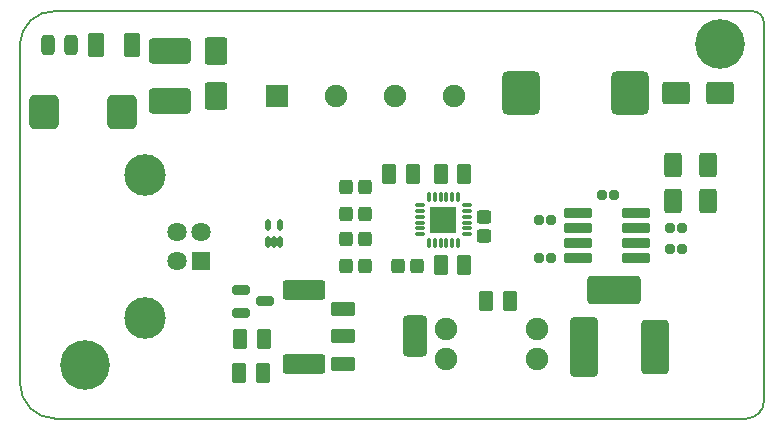
<source format=gts>
G04 Layer_Color=8388736*
%FSLAX43Y43*%
%MOMM*%
G71*
G01*
G75*
%ADD10C,0.200*%
G04:AMPARAMS|DCode=16|XSize=2.153mm|YSize=3.603mm|CornerRadius=0.345mm|HoleSize=0mm|Usage=FLASHONLY|Rotation=270.000|XOffset=0mm|YOffset=0mm|HoleType=Round|Shape=RoundedRectangle|*
%AMROUNDEDRECTD16*
21,1,2.153,2.913,0,0,270.0*
21,1,1.462,3.603,0,0,270.0*
1,1,0.691,-1.456,-0.731*
1,1,0.691,-1.456,0.731*
1,1,0.691,1.456,0.731*
1,1,0.691,1.456,-0.731*
%
%ADD16ROUNDEDRECTD16*%
G04:AMPARAMS|DCode=17|XSize=1.113mm|YSize=1.663mm|CornerRadius=0.215mm|HoleSize=0mm|Usage=FLASHONLY|Rotation=0.000|XOffset=0mm|YOffset=0mm|HoleType=Round|Shape=RoundedRectangle|*
%AMROUNDEDRECTD17*
21,1,1.113,1.232,0,0,0.0*
21,1,0.682,1.663,0,0,0.0*
1,1,0.431,0.341,-0.616*
1,1,0.431,-0.341,-0.616*
1,1,0.431,-0.341,0.616*
1,1,0.431,0.341,0.616*
%
%ADD17ROUNDEDRECTD17*%
G04:AMPARAMS|DCode=18|XSize=0.813mm|YSize=1.553mm|CornerRadius=0.178mm|HoleSize=0mm|Usage=FLASHONLY|Rotation=90.000|XOffset=0mm|YOffset=0mm|HoleType=Round|Shape=RoundedRectangle|*
%AMROUNDEDRECTD18*
21,1,0.813,1.198,0,0,90.0*
21,1,0.458,1.553,0,0,90.0*
1,1,0.356,0.599,0.229*
1,1,0.356,0.599,-0.229*
1,1,0.356,-0.599,-0.229*
1,1,0.356,-0.599,0.229*
%
%ADD18ROUNDEDRECTD18*%
G04:AMPARAMS|DCode=19|XSize=3.223mm|YSize=3.663mm|CornerRadius=0.479mm|HoleSize=0mm|Usage=FLASHONLY|Rotation=180.000|XOffset=0mm|YOffset=0mm|HoleType=Round|Shape=RoundedRectangle|*
%AMROUNDEDRECTD19*
21,1,3.223,2.705,0,0,180.0*
21,1,2.265,3.663,0,0,180.0*
1,1,0.958,-1.133,1.353*
1,1,0.958,1.133,1.353*
1,1,0.958,1.133,-1.353*
1,1,0.958,-1.133,-1.353*
%
%ADD19ROUNDEDRECTD19*%
G04:AMPARAMS|DCode=20|XSize=2.923mm|YSize=2.473mm|CornerRadius=0.385mm|HoleSize=0mm|Usage=FLASHONLY|Rotation=270.000|XOffset=0mm|YOffset=0mm|HoleType=Round|Shape=RoundedRectangle|*
%AMROUNDEDRECTD20*
21,1,2.923,1.703,0,0,270.0*
21,1,2.152,2.473,0,0,270.0*
1,1,0.771,-0.851,-1.076*
1,1,0.771,-0.851,1.076*
1,1,0.771,0.851,1.076*
1,1,0.771,0.851,-1.076*
%
%ADD20ROUNDEDRECTD20*%
%ADD21R,2.203X2.203*%
%ADD22O,0.403X0.803*%
%ADD23O,0.803X0.403*%
G04:AMPARAMS|DCode=24|XSize=1.733mm|YSize=1.223mm|CornerRadius=0.229mm|HoleSize=0mm|Usage=FLASHONLY|Rotation=90.000|XOffset=0mm|YOffset=0mm|HoleType=Round|Shape=RoundedRectangle|*
%AMROUNDEDRECTD24*
21,1,1.733,0.765,0,0,90.0*
21,1,1.275,1.223,0,0,90.0*
1,1,0.458,0.383,0.637*
1,1,0.458,0.383,-0.637*
1,1,0.458,-0.383,-0.637*
1,1,0.458,-0.383,0.637*
%
%ADD24ROUNDEDRECTD24*%
G04:AMPARAMS|DCode=25|XSize=1.943mm|YSize=2.373mm|CornerRadius=0.319mm|HoleSize=0mm|Usage=FLASHONLY|Rotation=90.000|XOffset=0mm|YOffset=0mm|HoleType=Round|Shape=RoundedRectangle|*
%AMROUNDEDRECTD25*
21,1,1.943,1.735,0,0,90.0*
21,1,1.305,2.373,0,0,90.0*
1,1,0.638,0.868,0.652*
1,1,0.638,0.868,-0.652*
1,1,0.638,-0.868,-0.652*
1,1,0.638,-0.868,0.652*
%
%ADD25ROUNDEDRECTD25*%
G04:AMPARAMS|DCode=26|XSize=1.943mm|YSize=2.373mm|CornerRadius=0.319mm|HoleSize=0mm|Usage=FLASHONLY|Rotation=180.000|XOffset=0mm|YOffset=0mm|HoleType=Round|Shape=RoundedRectangle|*
%AMROUNDEDRECTD26*
21,1,1.943,1.735,0,0,180.0*
21,1,1.305,2.373,0,0,180.0*
1,1,0.638,-0.652,0.868*
1,1,0.638,0.652,0.868*
1,1,0.638,0.652,-0.868*
1,1,0.638,-0.652,-0.868*
%
%ADD26ROUNDEDRECTD26*%
G04:AMPARAMS|DCode=27|XSize=0.508mm|YSize=1.003mm|CornerRadius=0.178mm|HoleSize=0mm|Usage=FLASHONLY|Rotation=180.000|XOffset=0mm|YOffset=0mm|HoleType=Round|Shape=RoundedRectangle|*
%AMROUNDEDRECTD27*
21,1,0.508,0.648,0,0,180.0*
21,1,0.152,1.003,0,0,180.0*
1,1,0.356,-0.076,0.324*
1,1,0.356,0.076,0.324*
1,1,0.356,0.076,-0.324*
1,1,0.356,-0.076,-0.324*
%
%ADD27ROUNDEDRECTD27*%
G04:AMPARAMS|DCode=28|XSize=1.143mm|YSize=1.233mm|CornerRadius=0.219mm|HoleSize=0mm|Usage=FLASHONLY|Rotation=90.000|XOffset=0mm|YOffset=0mm|HoleType=Round|Shape=RoundedRectangle|*
%AMROUNDEDRECTD28*
21,1,1.143,0.795,0,0,90.0*
21,1,0.705,1.233,0,0,90.0*
1,1,0.438,0.398,0.352*
1,1,0.438,0.398,-0.352*
1,1,0.438,-0.398,-0.352*
1,1,0.438,-0.398,0.352*
%
%ADD28ROUNDEDRECTD28*%
G04:AMPARAMS|DCode=29|XSize=1.143mm|YSize=1.233mm|CornerRadius=0.219mm|HoleSize=0mm|Usage=FLASHONLY|Rotation=0.000|XOffset=0mm|YOffset=0mm|HoleType=Round|Shape=RoundedRectangle|*
%AMROUNDEDRECTD29*
21,1,1.143,0.795,0,0,0.0*
21,1,0.705,1.233,0,0,0.0*
1,1,0.438,0.352,-0.398*
1,1,0.438,-0.352,-0.398*
1,1,0.438,-0.352,0.398*
1,1,0.438,0.352,0.398*
%
%ADD29ROUNDEDRECTD29*%
G04:AMPARAMS|DCode=30|XSize=1.483mm|YSize=2.073mm|CornerRadius=0.262mm|HoleSize=0mm|Usage=FLASHONLY|Rotation=180.000|XOffset=0mm|YOffset=0mm|HoleType=Round|Shape=RoundedRectangle|*
%AMROUNDEDRECTD30*
21,1,1.483,1.550,0,0,180.0*
21,1,0.960,2.073,0,0,180.0*
1,1,0.523,-0.480,0.775*
1,1,0.523,0.480,0.775*
1,1,0.523,0.480,-0.775*
1,1,0.523,-0.480,-0.775*
%
%ADD30ROUNDEDRECTD30*%
G04:AMPARAMS|DCode=31|XSize=0.813mm|YSize=0.803mm|CornerRadius=0.177mm|HoleSize=0mm|Usage=FLASHONLY|Rotation=0.000|XOffset=0mm|YOffset=0mm|HoleType=Round|Shape=RoundedRectangle|*
%AMROUNDEDRECTD31*
21,1,0.813,0.450,0,0,0.0*
21,1,0.460,0.803,0,0,0.0*
1,1,0.353,0.230,-0.225*
1,1,0.353,-0.230,-0.225*
1,1,0.353,-0.230,0.225*
1,1,0.353,0.230,0.225*
%
%ADD31ROUNDEDRECTD31*%
G04:AMPARAMS|DCode=32|XSize=0.793mm|YSize=0.803mm|CornerRadius=0.175mm|HoleSize=0mm|Usage=FLASHONLY|Rotation=180.000|XOffset=0mm|YOffset=0mm|HoleType=Round|Shape=RoundedRectangle|*
%AMROUNDEDRECTD32*
21,1,0.793,0.453,0,0,180.0*
21,1,0.443,0.803,0,0,180.0*
1,1,0.351,-0.221,0.226*
1,1,0.351,0.221,0.226*
1,1,0.351,0.221,-0.226*
1,1,0.351,-0.221,-0.226*
%
%ADD32ROUNDEDRECTD32*%
G04:AMPARAMS|DCode=33|XSize=3.473mm|YSize=2.053mm|CornerRadius=0.333mm|HoleSize=0mm|Usage=FLASHONLY|Rotation=270.000|XOffset=0mm|YOffset=0mm|HoleType=Round|Shape=RoundedRectangle|*
%AMROUNDEDRECTD33*
21,1,3.473,1.387,0,0,270.0*
21,1,2.808,2.053,0,0,270.0*
1,1,0.666,-0.694,-1.404*
1,1,0.666,-0.694,1.404*
1,1,0.666,0.694,1.404*
1,1,0.666,0.694,-1.404*
%
%ADD33ROUNDEDRECTD33*%
G04:AMPARAMS|DCode=34|XSize=1.173mm|YSize=2.053mm|CornerRadius=0.223mm|HoleSize=0mm|Usage=FLASHONLY|Rotation=270.000|XOffset=0mm|YOffset=0mm|HoleType=Round|Shape=RoundedRectangle|*
%AMROUNDEDRECTD34*
21,1,1.173,1.607,0,0,270.0*
21,1,0.728,2.053,0,0,270.0*
1,1,0.446,-0.804,-0.364*
1,1,0.446,-0.804,0.364*
1,1,0.446,0.804,0.364*
1,1,0.446,0.804,-0.364*
%
%ADD34ROUNDEDRECTD34*%
G04:AMPARAMS|DCode=35|XSize=1.653mm|YSize=3.633mm|CornerRadius=0.283mm|HoleSize=0mm|Usage=FLASHONLY|Rotation=90.000|XOffset=0mm|YOffset=0mm|HoleType=Round|Shape=RoundedRectangle|*
%AMROUNDEDRECTD35*
21,1,1.653,3.067,0,0,90.0*
21,1,1.087,3.633,0,0,90.0*
1,1,0.566,1.534,0.544*
1,1,0.566,1.534,-0.544*
1,1,0.566,-1.534,-0.544*
1,1,0.566,-1.534,0.544*
%
%ADD35ROUNDEDRECTD35*%
G04:AMPARAMS|DCode=36|XSize=1.403mm|YSize=2.033mm|CornerRadius=0.252mm|HoleSize=0mm|Usage=FLASHONLY|Rotation=0.000|XOffset=0mm|YOffset=0mm|HoleType=Round|Shape=RoundedRectangle|*
%AMROUNDEDRECTD36*
21,1,1.403,1.530,0,0,0.0*
21,1,0.900,2.033,0,0,0.0*
1,1,0.503,0.450,-0.765*
1,1,0.503,-0.450,-0.765*
1,1,0.503,-0.450,0.765*
1,1,0.503,0.450,0.765*
%
%ADD36ROUNDEDRECTD36*%
G04:AMPARAMS|DCode=37|XSize=0.883mm|YSize=2.373mm|CornerRadius=0.187mm|HoleSize=0mm|Usage=FLASHONLY|Rotation=90.000|XOffset=0mm|YOffset=0mm|HoleType=Round|Shape=RoundedRectangle|*
%AMROUNDEDRECTD37*
21,1,0.883,2.000,0,0,90.0*
21,1,0.510,2.373,0,0,90.0*
1,1,0.373,1.000,0.255*
1,1,0.373,1.000,-0.255*
1,1,0.373,-1.000,-0.255*
1,1,0.373,-1.000,0.255*
%
%ADD37ROUNDEDRECTD37*%
%ADD38C,1.903*%
%ADD39R,1.903X1.903*%
%ADD40C,1.631*%
%ADD41R,1.631X1.631*%
%ADD42C,3.519*%
G04:AMPARAMS|DCode=43|XSize=5.103mm|YSize=2.403mm|CornerRadius=0.377mm|HoleSize=0mm|Usage=FLASHONLY|Rotation=270.000|XOffset=0mm|YOffset=0mm|HoleType=Round|Shape=RoundedRectangle|*
%AMROUNDEDRECTD43*
21,1,5.103,1.650,0,0,270.0*
21,1,4.350,2.403,0,0,270.0*
1,1,0.753,-0.825,-2.175*
1,1,0.753,-0.825,2.175*
1,1,0.753,0.825,2.175*
1,1,0.753,0.825,-2.175*
%
%ADD43ROUNDEDRECTD43*%
G04:AMPARAMS|DCode=44|XSize=4.603mm|YSize=2.403mm|CornerRadius=0.377mm|HoleSize=0mm|Usage=FLASHONLY|Rotation=270.000|XOffset=0mm|YOffset=0mm|HoleType=Round|Shape=RoundedRectangle|*
%AMROUNDEDRECTD44*
21,1,4.603,1.650,0,0,270.0*
21,1,3.850,2.403,0,0,270.0*
1,1,0.753,-0.825,-1.925*
1,1,0.753,-0.825,1.925*
1,1,0.753,0.825,1.925*
1,1,0.753,0.825,-1.925*
%
%ADD44ROUNDEDRECTD44*%
G04:AMPARAMS|DCode=45|XSize=4.603mm|YSize=2.403mm|CornerRadius=0.377mm|HoleSize=0mm|Usage=FLASHONLY|Rotation=0.000|XOffset=0mm|YOffset=0mm|HoleType=Round|Shape=RoundedRectangle|*
%AMROUNDEDRECTD45*
21,1,4.603,1.650,0,0,0.0*
21,1,3.850,2.403,0,0,0.0*
1,1,0.753,1.925,-0.825*
1,1,0.753,-1.925,-0.825*
1,1,0.753,-1.925,0.825*
1,1,0.753,1.925,0.825*
%
%ADD45ROUNDEDRECTD45*%
%ADD46C,4.203*%
%ADD47C,0.703*%
D10*
X270000Y91500D02*
G03*
X269000Y92500I-1000J0D01*
G01*
X268500Y58000D02*
G03*
X270000Y59504I-2J1502D01*
G01*
X210000Y92500D02*
G03*
X207000Y89700I-100J-2900D01*
G01*
Y61000D02*
G03*
X210000Y58000I3000J0D01*
G01*
X207000Y61000D02*
Y89700D01*
X210000Y92500D02*
X269000D01*
X270000Y59504D02*
Y91500D01*
X210000Y58000D02*
X268500D01*
D16*
X219750Y84885D02*
D03*
Y89085D02*
D03*
D17*
X209400Y89605D02*
D03*
X211350D02*
D03*
D18*
X227759Y67914D02*
D03*
X225759Y66964D02*
D03*
Y68864D02*
D03*
D19*
X249405Y85525D02*
D03*
X258700D02*
D03*
D20*
X209075Y83975D02*
D03*
X215625D02*
D03*
D21*
X242869Y74845D02*
D03*
D22*
X241619Y76795D02*
D03*
X242119D02*
D03*
X242619D02*
D03*
X243119D02*
D03*
X243619D02*
D03*
X244119D02*
D03*
Y72895D02*
D03*
X243619D02*
D03*
X243119D02*
D03*
X242619D02*
D03*
X242119D02*
D03*
X241619D02*
D03*
D23*
X244819Y76095D02*
D03*
Y75595D02*
D03*
Y75095D02*
D03*
Y74595D02*
D03*
Y74095D02*
D03*
Y73595D02*
D03*
X240919D02*
D03*
Y74095D02*
D03*
Y74595D02*
D03*
Y75095D02*
D03*
Y75595D02*
D03*
Y76095D02*
D03*
D24*
X244634Y70970D02*
D03*
X242619D02*
D03*
X244634Y78695D02*
D03*
X242619D02*
D03*
X238278Y78735D02*
D03*
X240293D02*
D03*
X248458Y67975D02*
D03*
X246443D02*
D03*
X227667Y64764D02*
D03*
X225652D02*
D03*
X225577Y61864D02*
D03*
X227592D02*
D03*
D25*
X266305Y85525D02*
D03*
X262545D02*
D03*
D26*
X223575Y85325D02*
D03*
Y89085D02*
D03*
D27*
X228005Y74363D02*
D03*
X229005D02*
D03*
Y72913D02*
D03*
X228505D02*
D03*
X228005D02*
D03*
D28*
X246310Y73495D02*
D03*
Y75095D02*
D03*
D29*
X234619Y70945D02*
D03*
X236219D02*
D03*
X234619Y77586D02*
D03*
X236219D02*
D03*
X234619Y75311D02*
D03*
X236219D02*
D03*
X234619Y73186D02*
D03*
X236219D02*
D03*
X239019Y70920D02*
D03*
X240619D02*
D03*
D30*
X265295Y76450D02*
D03*
X262295D02*
D03*
X265300Y79500D02*
D03*
X262300D02*
D03*
D31*
X251975Y71595D02*
D03*
X250975D02*
D03*
Y74800D02*
D03*
X251975D02*
D03*
X262050Y72350D02*
D03*
X263050D02*
D03*
Y74095D02*
D03*
X262050D02*
D03*
D32*
X257275Y76950D02*
D03*
X256250D02*
D03*
D33*
X240449Y64950D02*
D03*
D34*
X234351Y62639D02*
D03*
Y64950D02*
D03*
Y67261D02*
D03*
D35*
X231034Y68879D02*
D03*
Y62649D02*
D03*
D36*
X213477Y89605D02*
D03*
X216477D02*
D03*
D37*
X254295Y75405D02*
D03*
Y74135D02*
D03*
Y72865D02*
D03*
Y71595D02*
D03*
X259155Y75405D02*
D03*
Y74135D02*
D03*
Y72865D02*
D03*
Y71595D02*
D03*
D38*
X243775Y85325D02*
D03*
X233775D02*
D03*
X238775D02*
D03*
X250775Y63005D02*
D03*
Y65545D02*
D03*
X243075D02*
D03*
Y63005D02*
D03*
D39*
X228775Y85325D02*
D03*
D40*
X222305Y73813D02*
D03*
X220305D02*
D03*
Y71313D02*
D03*
D41*
X222305D02*
D03*
D42*
X217595Y78583D02*
D03*
Y66543D02*
D03*
D43*
X254775Y64050D02*
D03*
D44*
X260775D02*
D03*
D45*
X257275Y68850D02*
D03*
D46*
X266242Y89750D02*
D03*
X212500Y62500D02*
D03*
D47*
X243419Y74295D02*
D03*
X242319D02*
D03*
X243419Y75395D02*
D03*
X242319D02*
D03*
M02*

</source>
